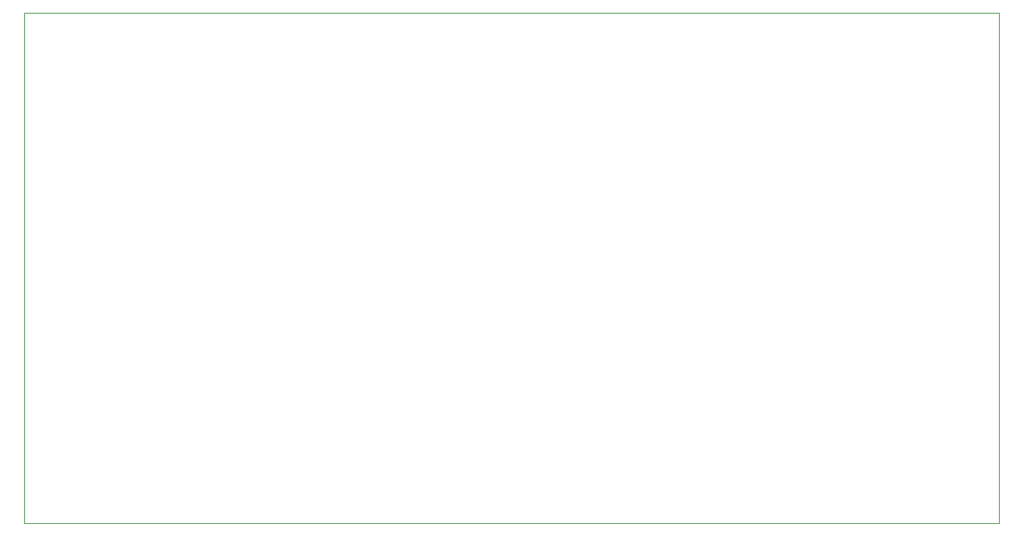
<source format=gbr>
G04 #@! TF.GenerationSoftware,KiCad,Pcbnew,(5.1.4)-1*
G04 #@! TF.CreationDate,2020-06-13T17:24:10-04:00*
G04 #@! TF.ProjectId,Keypad,4b657970-6164-42e6-9b69-6361645f7063,rev?*
G04 #@! TF.SameCoordinates,Original*
G04 #@! TF.FileFunction,Profile,NP*
%FSLAX46Y46*%
G04 Gerber Fmt 4.6, Leading zero omitted, Abs format (unit mm)*
G04 Created by KiCad (PCBNEW (5.1.4)-1) date 2020-06-13 17:24:10*
%MOMM*%
%LPD*%
G04 APERTURE LIST*
%ADD10C,0.050000*%
G04 APERTURE END LIST*
D10*
X198208900Y-66398140D02*
X198208900Y-123548140D01*
X89242900Y-66398140D02*
X198208900Y-66398140D01*
X89242900Y-123548140D02*
X89242900Y-66398140D01*
X198208900Y-123548140D02*
X89242900Y-123548140D01*
M02*

</source>
